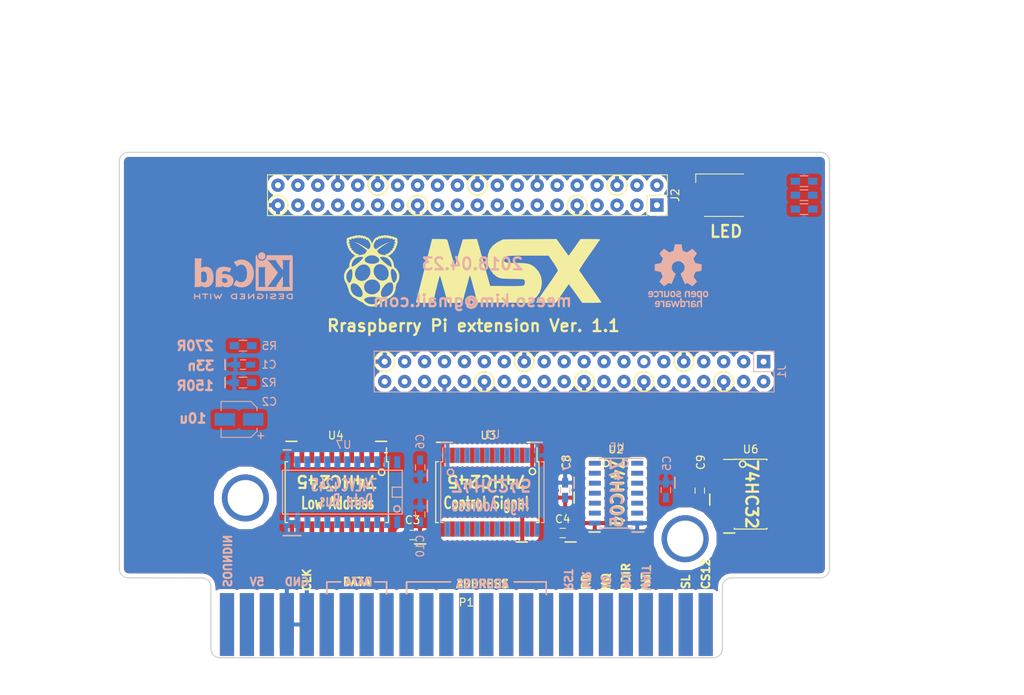
<source format=kicad_pcb>
(kicad_pcb (version 4) (host pcbnew 4.0.7)
  (layers (0 F.Cu mixed) (31 B.Cu mixed) (34 B.Paste user) (35 F.Paste user) (36 B.SilkS user) (37 F.SilkS user) (38 B.Mask user) (39 F.Mask user) (44 Edge.Cuts user))
  (net 0 "")
  (net 1 GND)
  (net 2 +5V)
  (net 3 /RD3)
  (net 4 /RD4)
  (net 5 /RD6)
  (net 6 /RD7)
  (net 7 /RD0)
  (net 8 /RD1)
  (net 9 /RD2)
  (net 10 /RD5)
  (net 11 /WAIT)
  (net 12 /INT)
  (net 13 /BUSDIR)
  (net 14 /IORQ)
  (net 15 /MREQ)
  (net 16 /WR)
  (net 17 /RD)
  (net 18 /RESET)
  (net 19 /A9)
  (net 20 /A15)
  (net 21 /A11)
  (net 22 /A10)
  (net 23 /A7)
  (net 24 /A6)
  (net 25 /A12)
  (net 26 /A8)
  (net 27 /A14)
  (net 28 /A13)
  (net 29 /A1)
  (net 30 /A0)
  (net 31 /A3)
  (net 32 /A2)
  (net 33 /A5)
  (net 34 /A4)
  (net 35 /D1)
  (net 36 /D0)
  (net 37 /D3)
  (net 38 /D2)
  (net 39 /D5)
  (net 40 /D4)
  (net 41 /D7)
  (net 42 /D6)
  (net 43 /CLK)
  (net 44 +3V3)
  (net 45 "Net-(P1-Pad5)")
  (net 46 "Net-(P1-Pad16)")
  (net 47 /RA8)
  (net 48 /RA10)
  (net 49 /RA11)
  (net 50 /RA15)
  (net 51 /RA12)
  (net 52 /RA9)
  (net 53 /RA13)
  (net 54 /RA14)
  (net 55 "Net-(P1-Pad1)")
  (net 56 "Net-(P1-Pad2)")
  (net 57 "Net-(P1-Pad3)")
  (net 58 /SLTSL)
  (net 59 "Net-(P1-Pad6)")
  (net 60 "Net-(P1-Pad44)")
  (net 61 "Net-(P1-Pad48)")
  (net 62 "Net-(P1-Pad50)")
  (net 63 /M1)
  (net 64 /RC17)
  (net 65 /RC18)
  (net 66 /RC27)
  (net 67 /RC23)
  (net 68 /RC24)
  (net 69 /RC25)
  (net 70 /RC19)
  (net 71 /RC16)
  (net 72 /RC26)
  (net 73 /RC20)
  (net 74 /SOUNDIN)
  (net 75 "Net-(U3-Pad9)")
  (net 76 "Net-(U6-Pad12)")
  (net 77 "Net-(D1-Pad4)")
  (net 78 "Net-(D1-Pad5)")
  (net 79 "Net-(D1-Pad6)")
  (net 80 "Net-(C1-Pad1)")
  (net 81 /nRATN)
  (net 82 /RATN)
  (net 83 /ATN)
  (net 84 /nATN)
  (net 85 /nIORQ)
  (net 86 /nMREQ)
  (net 87 "Net-(U3-Pad3)")
  (net 88 /BDIR)
  (net 89 /DAT_EN)
  (net 90 "Net-(U3-Pad5)")
  (net 91 "Net-(U3-Pad7)")
  (net 92 "Net-(U3-Pad15)")
  (net 93 /DAT_DIR)
  (module MSX:card_edge_connector (layer F.Cu) (at 156.21 106.68)
    (fp_text reference P1 (at 1.25984 0.33744) (layer F.SilkS))
    (fp_text value CONN_02X25)
    (pad "" thru_hole circle (at 29.12364 -7.78256) (size 6 6) (drill 4.5) (layers *.Cu *.Mask) (clearance 1))
    (pad 1 connect rect (at 31.73984 3.14744) (size 1.8 8) (layers B.Cu B.Mask) (net 55 "Net-(P1-Pad1)"))
    (pad 2 connect rect (at 31.73984 3.14744) (size 1.8 8) (layers F.Cu F.Mask) (net 56 "Net-(P1-Pad2)"))
    (pad 3 connect rect (at 29.19984 3.14744) (size 1.8 8) (layers B.Cu B.Mask) (net 57 "Net-(P1-Pad3)"))
    (pad 4 connect rect (at 29.19984 3.14744) (size 1.8 8) (layers F.Cu F.Mask) (net 58 /SLTSL))
    (pad 5 connect rect (at 26.65984 3.14744) (size 1.8 8) (layers B.Cu B.Mask) (net 45 "Net-(P1-Pad5)"))
    (pad 6 connect rect (at 26.65984 3.14744) (size 1.8 8) (layers F.Cu F.Mask) (net 59 "Net-(P1-Pad6)"))
    (pad 7 connect rect (at 24.11984 3.14744) (size 1.8 8) (layers B.Cu B.Mask) (net 11 /WAIT))
    (pad 8 connect rect (at 24.11984 3.14744) (size 1.8 8) (layers F.Cu F.Mask) (net 12 /INT))
    (pad 9 connect rect (at 21.57984 3.14744) (size 1.8 8) (layers B.Cu B.Mask) (net 63 /M1))
    (pad 10 connect rect (at 21.57984 3.14744) (size 1.8 8) (layers F.Cu F.Mask) (net 13 /BUSDIR))
    (pad 11 connect rect (at 19.03984 3.14744) (size 1.8 8) (layers B.Cu B.Mask) (net 14 /IORQ))
    (pad 12 connect rect (at 19.03984 3.14744) (size 1.8 8) (layers F.Cu F.Mask) (net 15 /MREQ))
    (pad 13 connect rect (at 16.49984 3.14744) (size 1.8 8) (layers B.Cu B.Mask) (net 16 /WR))
    (pad 14 connect rect (at 16.49984 3.14744) (size 1.8 8) (layers F.Cu F.Mask) (net 17 /RD))
    (pad 15 connect rect (at 13.95984 3.14744) (size 1.8 8) (layers B.Cu B.Mask) (net 18 /RESET))
    (pad 16 connect rect (at 13.95984 3.14744) (size 1.8 8) (layers F.Cu F.Mask) (net 46 "Net-(P1-Pad16)"))
    (pad 17 connect rect (at 11.41984 3.14744) (size 1.8 8) (layers B.Cu B.Mask) (net 19 /A9))
    (pad 18 connect rect (at 11.41984 3.14744) (size 1.8 8) (layers F.Cu F.Mask) (net 20 /A15))
    (pad 19 connect rect (at 8.87984 3.14744) (size 1.8 8) (layers B.Cu B.Mask) (net 21 /A11))
    (pad 20 connect rect (at 8.87984 3.14744) (size 1.8 8) (layers F.Cu F.Mask) (net 22 /A10))
    (pad 21 connect rect (at 6.33984 3.14744) (size 1.8 8) (layers B.Cu B.Mask) (net 23 /A7))
    (pad 22 connect rect (at 6.33984 3.14744) (size 1.8 8) (layers F.Cu F.Mask) (net 24 /A6))
    (pad 23 connect rect (at 3.79984 3.14744) (size 1.8 8) (layers B.Cu B.Mask) (net 25 /A12))
    (pad 24 connect rect (at 3.79984 3.14744) (size 1.8 8) (layers F.Cu F.Mask) (net 26 /A8))
    (pad 25 connect rect (at 1.25984 3.14744) (size 1.8 8) (layers B.Cu B.Mask) (net 27 /A14))
    (pad 26 connect rect (at 1.25984 3.14744) (size 1.8 8) (layers F.Cu F.Mask) (net 28 /A13))
    (pad 27 connect rect (at -1.28016 3.14744) (size 1.8 8) (layers B.Cu B.Mask) (net 29 /A1))
    (pad 28 connect rect (at -1.28016 3.14744) (size 1.8 8) (layers F.Cu F.Mask) (net 30 /A0))
    (pad 29 connect rect (at -3.82016 3.14744) (size 1.8 8) (layers B.Cu B.Mask) (net 31 /A3))
    (pad 30 connect rect (at -3.82016 3.14744) (size 1.8 8) (layers F.Cu F.Mask) (net 32 /A2))
    (pad 31 connect rect (at -6.36016 3.14744) (size 1.8 8) (layers B.Cu B.Mask) (net 33 /A5))
    (pad 32 connect rect (at -6.36016 3.14744) (size 1.8 8) (layers F.Cu F.Mask) (net 34 /A4))
    (pad 33 connect rect (at -8.90016 3.14744) (size 1.8 8) (layers B.Cu B.Mask) (net 35 /D1))
    (pad 34 connect rect (at -8.90016 3.14744) (size 1.8 8) (layers F.Cu F.Mask) (net 36 /D0))
    (pad 35 connect rect (at -11.44016 3.14744) (size 1.8 8) (layers B.Cu B.Mask) (net 37 /D3))
    (pad 36 connect rect (at -11.44016 3.14744) (size 1.8 8) (layers F.Cu F.Mask) (net 38 /D2))
    (pad 37 connect rect (at -13.98016 3.14744) (size 1.8 8) (layers B.Cu B.Mask) (net 39 /D5))
    (pad 38 connect rect (at -13.98016 3.14744) (size 1.8 8) (layers F.Cu F.Mask) (net 40 /D4))
    (pad 39 connect rect (at -16.52016 3.14744) (size 1.8 8) (layers B.Cu B.Mask) (net 41 /D7))
    (pad 40 connect rect (at -16.52016 3.14744) (size 1.8 8) (layers F.Cu F.Mask) (net 42 /D6))
    (pad 41 connect rect (at -19.06016 3.14744) (size 1.8 8) (layers B.Cu B.Mask) (net 1 GND))
    (pad 42 connect rect (at -19.06016 3.14744) (size 1.8 8) (layers F.Cu F.Mask) (net 43 /CLK))
    (pad 43 connect rect (at -21.60016 3.14744) (size 1.8 8) (layers B.Cu B.Mask) (net 1 GND))
    (pad 44 connect rect (at -21.60524 2.65468) (size 1.8 7) (layers F.Cu F.Mask) (net 60 "Net-(P1-Pad44)"))
    (pad 45 connect rect (at -24.14016 3.14744) (size 1.8 8) (layers B.Cu B.Mask) (net 2 +5V))
    (pad 46 connect rect (at -24.14016 3.14744) (size 1.8 8) (layers F.Cu F.Mask) (net 60 "Net-(P1-Pad44)"))
    (pad 47 connect rect (at -26.68016 3.14744) (size 1.8 8) (layers B.Cu B.Mask) (net 2 +5V))
    (pad 48 connect rect (at -26.68016 3.14744) (size 1.8 8) (layers F.Cu F.Mask) (net 61 "Net-(P1-Pad48)"))
    (pad 49 connect rect (at -29.22016 3.14744) (size 1.8 8) (layers B.Cu B.Mask) (net 74 /SOUNDIN))
    (pad 50 connect rect (at -29.22016 3.14744) (size 1.8 8) (layers F.Cu F.Mask) (net 62 "Net-(P1-Pad50)"))
    (pad "" thru_hole circle (at -26.87574 -12.98448) (size 6 6) (drill 4.5) (layers *.Cu *.Mask) (clearance 1))
  )
  (module Socket_Strips:Socket_Strip_Straight_2x20_Pitch2.54mm (layer F.Cu) (at 181.737 56.388 270)
    (fp_text reference J2 (at -1.27 -2.33 270) (layer F.SilkS))
    (fp_text value RPi_GPIO)
    (pad 1 thru_hole rect (at 0 0 270) (size 1.7 1.7) (drill 0.76) (layers *.Cu *.Mask) (net 44 +3V3))
    (pad 2 thru_hole oval (at -2.54 0 270) (size 1.7 1.7) (drill 0.76) (layers *.Cu *.Mask) (net 2 +5V))
    (pad 3 thru_hole oval (at 0 2.54 270) (size 1.7 1.7) (drill 0.76) (layers *.Cu *.Mask) (net 9 /RD2))
    (pad 4 thru_hole oval (at -2.54 2.54 270) (size 1.7 1.7) (drill 0.76) (layers *.Cu *.Mask) (net 2 +5V))
    (pad 5 thru_hole oval (at 0 5.08 270) (size 1.7 1.7) (drill 0.76) (layers *.Cu *.Mask) (net 3 /RD3))
    (pad 6 thru_hole oval (at -2.54 5.08 270) (size 1.7 1.7) (drill 0.76) (layers *.Cu *.Mask) (net 1 GND))
    (pad 7 thru_hole oval (at 0 7.62 270) (size 1.7 1.7) (drill 0.76) (layers *.Cu *.Mask) (net 4 /RD4))
    (pad 8 thru_hole oval (at -2.54 7.62 270) (size 1.7 1.7) (drill 0.76) (layers *.Cu *.Mask) (net 54 /RA14))
    (pad 9 thru_hole oval (at 0 10.16 270) (size 1.7 1.7) (drill 0.76) (layers *.Cu *.Mask) (net 1 GND))
    (pad 10 thru_hole oval (at -2.54 10.16 270) (size 1.7 1.7) (drill 0.76) (layers *.Cu *.Mask) (net 50 /RA15))
    (pad 11 thru_hole oval (at 0 12.7 270) (size 1.7 1.7) (drill 0.76) (layers *.Cu *.Mask) (net 64 /RC17))
    (pad 12 thru_hole oval (at -2.54 12.7 270) (size 1.7 1.7) (drill 0.76) (layers *.Cu *.Mask) (net 65 /RC18))
    (pad 13 thru_hole oval (at 0 15.24 270) (size 1.7 1.7) (drill 0.76) (layers *.Cu *.Mask) (net 66 /RC27))
    (pad 14 thru_hole oval (at -2.54 15.24 270) (size 1.7 1.7) (drill 0.76) (layers *.Cu *.Mask) (net 1 GND))
    (pad 15 thru_hole oval (at 0 17.78 270) (size 1.7 1.7) (drill 0.76) (layers *.Cu *.Mask) (net 82 /RATN))
    (pad 16 thru_hole oval (at -2.54 17.78 270) (size 1.7 1.7) (drill 0.76) (layers *.Cu *.Mask) (net 67 /RC23))
    (pad 17 thru_hole oval (at 0 20.32 270) (size 1.7 1.7) (drill 0.76) (layers *.Cu *.Mask) (net 44 +3V3))
    (pad 18 thru_hole oval (at -2.54 20.32 270) (size 1.7 1.7) (drill 0.76) (layers *.Cu *.Mask) (net 68 /RC24))
    (pad 19 thru_hole oval (at 0 22.86 270) (size 1.7 1.7) (drill 0.76) (layers *.Cu *.Mask) (net 48 /RA10))
    (pad 20 thru_hole oval (at -2.54 22.86 270) (size 1.7 1.7) (drill 0.76) (layers *.Cu *.Mask) (net 1 GND))
    (pad 21 thru_hole oval (at 0 25.4 270) (size 1.7 1.7) (drill 0.76) (layers *.Cu *.Mask) (net 52 /RA9))
    (pad 22 thru_hole oval (at -2.54 25.4 270) (size 1.7 1.7) (drill 0.76) (layers *.Cu *.Mask) (net 69 /RC25))
    (pad 23 thru_hole oval (at 0 27.94 270) (size 1.7 1.7) (drill 0.76) (layers *.Cu *.Mask) (net 49 /RA11))
    (pad 24 thru_hole oval (at -2.54 27.94 270) (size 1.7 1.7) (drill 0.76) (layers *.Cu *.Mask) (net 47 /RA8))
    (pad 25 thru_hole oval (at 0 30.48 270) (size 1.7 1.7) (drill 0.76) (layers *.Cu *.Mask) (net 1 GND))
    (pad 26 thru_hole oval (at -2.54 30.48 270) (size 1.7 1.7) (drill 0.76) (layers *.Cu *.Mask) (net 6 /RD7))
    (pad 27 thru_hole oval (at 0 33.02 270) (size 1.7 1.7) (drill 0.76) (layers *.Cu *.Mask) (net 7 /RD0))
    (pad 28 thru_hole oval (at -2.54 33.02 270) (size 1.7 1.7) (drill 0.76) (layers *.Cu *.Mask) (net 8 /RD1))
    (pad 29 thru_hole oval (at 0 35.56 270) (size 1.7 1.7) (drill 0.76) (layers *.Cu *.Mask) (net 10 /RD5))
    (pad 30 thru_hole oval (at -2.54 35.56 270) (size 1.7 1.7) (drill 0.76) (layers *.Cu *.Mask) (net 1 GND))
    (pad 31 thru_hole oval (at 0 38.1 270) (size 1.7 1.7) (drill 0.76) (layers *.Cu *.Mask) (net 5 /RD6))
    (pad 32 thru_hole oval (at -2.54 38.1 270) (size 1.7 1.7) (drill 0.76) (layers *.Cu *.Mask) (net 51 /RA12))
    (pad 33 thru_hole oval (at 0 40.64 270) (size 1.7 1.7) (drill 0.76) (layers *.Cu *.Mask) (net 53 /RA13))
    (pad 34 thru_hole oval (at -2.54 40.64 270) (size 1.7 1.7) (drill 0.76) (layers *.Cu *.Mask) (net 1 GND))
    (pad 35 thru_hole oval (at 0 43.18 270) (size 1.7 1.7) (drill 0.76) (layers *.Cu *.Mask) (net 70 /RC19))
    (pad 36 thru_hole oval (at -2.54 43.18 270) (size 1.7 1.7) (drill 0.76) (layers *.Cu *.Mask) (net 71 /RC16))
    (pad 37 thru_hole oval (at 0 45.72 270) (size 1.7 1.7) (drill 0.76) (layers *.Cu *.Mask) (net 72 /RC26))
    (pad 38 thru_hole oval (at -2.54 45.72 270) (size 1.7 1.7) (drill 0.76) (layers *.Cu *.Mask) (net 73 /RC20))
    (pad 39 thru_hole oval (at 0 48.26 270) (size 1.7 1.7) (drill 0.76) (layers *.Cu *.Mask) (net 1 GND))
    (pad 40 thru_hole oval (at -2.54 48.26 270) (size 1.7 1.7) (drill 0.76) (layers *.Cu *.Mask) (net 83 /ATN))
  )
  (module Socket_Strips:Socket_Strip_Straight_2x20_Pitch2.54mm (layer B.Cu) (at 195.326 76.327 90)
    (fp_text reference J1 (at -1.27 2.33 90) (layer B.SilkS) (effects (justify mirror)))
    (fp_text value RPi_GPIO)
    (pad 1 thru_hole rect (at 0 0 90) (size 1.7 1.7) (drill 0.76) (layers *.Cu *.Mask) (net 44 +3V3))
    (pad 2 thru_hole oval (at -2.54 0 90) (size 1.7 1.7) (drill 0.76) (layers *.Cu *.Mask) (net 2 +5V))
    (pad 3 thru_hole oval (at 0 -2.54 90) (size 1.7 1.7) (drill 0.76) (layers *.Cu *.Mask) (net 9 /RD2))
    (pad 4 thru_hole oval (at -2.54 -2.54 90) (size 1.7 1.7) (drill 0.76) (layers *.Cu *.Mask) (net 2 +5V))
    (pad 5 thru_hole oval (at 0 -5.08 90) (size 1.7 1.7) (drill 0.76) (layers *.Cu *.Mask) (net 3 /RD3))
    (pad 6 thru_hole oval (at -2.54 -5.08 90) (size 1.7 1.7) (drill 0.76) (layers *.Cu *.Mask) (net 1 GND))
    (pad 7 thru_hole oval (at 0 -7.62 90) (size 1.7 1.7) (drill 0.76) (layers *.Cu *.Mask) (net 4 /RD4))
    (pad 8 thru_hole oval (at -2.54 -7.62 90) (size 1.7 1.7) (drill 0.76) (layers *.Cu *.Mask) (net 54 /RA14))
    (pad 9 thru_hole oval (at 0 -10.16 90) (size 1.7 1.7) (drill 0.76) (layers *.Cu *.Mask) (net 1 GND))
    (pad 10 thru_hole oval (at -2.54 -10.16 90) (size 1.7 1.7) (drill 0.76) (layers *.Cu *.Mask) (net 50 /RA15))
    (pad 11 thru_hole oval (at 0 -12.7 90) (size 1.7 1.7) (drill 0.76) (layers *.Cu *.Mask) (net 64 /RC17))
    (pad 12 thru_hole oval (at -2.54 -12.7 90) (size 1.7 1.7) (drill 0.76) (layers *.Cu *.Mask) (net 65 /RC18))
    (pad 13 thru_hole oval (at 0 -15.24 90) (size 1.7 1.7) (drill 0.9) (layers *.Cu *.Mask) (net 66 /RC27))
    (pad 14 thru_hole oval (at -2.54 -15.24 90) (size 1.7 1.7) (drill 0.76) (layers *.Cu *.Mask) (net 1 GND))
    (pad 15 thru_hole oval (at 0 -17.78 90) (size 1.7 1.7) (drill 0.76) (layers *.Cu *.Mask) (net 82 /RATN))
    (pad 16 thru_hole oval (at -2.54 -17.78 90) (size 1.7 1.7) (drill 0.76) (layers *.Cu *.Mask) (net 67 /RC23))
    (pad 17 thru_hole oval (at 0 -20.32 90) (size 1.7 1.7) (drill 0.76) (layers *.Cu *.Mask) (net 44 +3V3))
    (pad 18 thru_hole oval (at -2.54 -20.32 90) (size 1.7 1.7) (drill 0.76) (layers *.Cu *.Mask) (net 68 /RC24))
    (pad 19 thru_hole oval (at 0 -22.86 90) (size 1.7 1.7) (drill 0.76) (layers *.Cu *.Mask) (net 48 /RA10))
    (pad 20 thru_hole oval (at -2.54 -22.86 90) (size 1.7 1.7) (drill 0.76) (layers *.Cu *.Mask) (net 1 GND))
    (pad 21 thru_hole oval (at 0 -25.4 90) (size 1.7 1.7) (drill 0.76) (layers *.Cu *.Mask) (net 52 /RA9))
    (pad 22 thru_hole oval (at -2.54 -25.4 90) (size 1.7 1.7) (drill 0.76) (layers *.Cu *.Mask) (net 69 /RC25))
    (pad 23 thru_hole oval (at 0 -27.94 90) (size 1.7 1.7) (drill 0.76) (layers *.Cu *.Mask) (net 49 /RA11))
    (pad 24 thru_hole oval (at -2.54 -27.94 90) (size 1.7 1.7) (drill 0.76) (layers *.Cu *.Mask) (net 47 /RA8))
    (pad 25 thru_hole oval (at 0 -30.48 90) (size 1.7 1.7) (drill 0.76) (layers *.Cu *.Mask) (net 1 GND))
    (pad 26 thru_hole oval (at -2.54 -30.48 90) (size 1.7 1.7) (drill 0.76) (layers *.Cu *.Mask) (net 6 /RD7))
    (pad 27 thru_hole oval (at 0 -33.02 90) (size 1.7 1.7) (drill 0.76) (layers *.Cu *.Mask) (net 7 /RD0))
    (pad 28 thru_hole oval (at -2.54 -33.02 90) (size 1.7 1.7) (drill 0.76) (layers *.Cu *.Mask) (net 8 /RD1))
    (pad 29 thru_hole oval (at 0 -35.56 90) (size 1.7 1.7) (drill 0.76) (layers *.Cu *.Mask) (net 10 /RD5))
    (pad 30 thru_hole oval (at -2.54 -35.56 90) (size 1.7 1.7) (drill 0.76) (layers *.Cu *.Mask) (net 1 GND))
    (pad 31 thru_hole oval (at 0 -38.1 90) (size 1.7 1.7) (drill 0.76) (layers *.Cu *.Mask) (net 5 /RD6))
    (pad 32 thru_hole oval (at -2.54 -38.1 90) (size 1.7 1.7) (drill 0.76) (layers *.Cu *.Mask) (net 51 /RA12))
    (pad 33 thru_hole oval (at 0 -40.64 90) (size 1.7 1.7) (drill 0.76) (layers *.Cu *.Mask) (net 53 /RA13))
    (pad 34 thru_hole oval (at -2.54 -40.64 90) (size 1.7 1.7) (drill 0.76) (layers *.Cu *.Mask) (net 1 GND))
    (pad 35 thru_hole oval (at 0 -43.18 90) (size 1.7 1.7) (drill 0.76) (layers *.Cu *.Mask) (net 70 /RC19))
    (pad 36 thru_hole oval (at -2.54 -43.18 90) (size 1.7 1.7) (drill 0.76) (layers *.Cu *.Mask) (net 71 /RC16))
    (pad 37 thru_hole oval (at 0 -45.72 90) (size 1.7 1.7) (drill 0.77) (layers *.Cu *.Mask) (net 72 /RC26))
    (pad 38 thru_hole oval (at -2.54 -45.72 90) (size 1.7 1.7) (drill 0.76) (layers *.Cu *.Mask) (net 73 /RC20))
    (pad 39 thru_hole oval (at 0 -48.26 90) (size 1.7 1.7) (drill 0.77) (layers *.Cu *.Mask) (net 1 GND))
    (pad 40 thru_hole oval (at -2.54 -48.26 90) (size 1.7 1.7) (drill 0.76) (layers *.Cu *.Mask) (net 83 /ATN))
  )
  (module MSX:msx-logo (layer F.Cu) (at 162.814 64.77)
    (fp_text reference G*** hide)
    (fp_text value LOGO hide)
  )
  (module Resistors_SMD:R_0603_HandSoldering (layer B.Cu) (at 200.4744 53.34 180)
    (fp_text reference R1 hide)
    (fp_text value R hide)
    (pad 1 smd rect (at -1.1 0 180) (size 1.2 0.9) (layers B.Cu B.Paste B.Mask) (net 44 +3V3))
    (pad 2 smd rect (at 1.1 0 180) (size 1.2 0.9) (layers B.Cu B.Paste B.Mask) (net 79 "Net-(D1-Pad6)"))
  )
  (module Housings_SOIC:SOIC-20W_7.5x12.8mm_Pitch1.27mm (layer B.Cu) (at 160.782 92.964 270)
    (fp_text reference U1 (at -7.366 0 360) (layer B.SilkS) (effects (justify mirror)))
    (fp_text value 74LS245)
    (pad 1 smd rect (at -4.7 5.715 270) (size 1.95 0.6) (layers B.Cu B.Paste B.Mask) (net 1 GND))
    (pad 2 smd rect (at -4.7 4.445 270) (size 1.95 0.6) (layers B.Cu B.Paste B.Mask) (net 51 /RA12))
    (pad 3 smd rect (at -4.7 3.175 270) (size 1.95 0.6) (layers B.Cu B.Paste B.Mask) (net 53 /RA13))
    (pad 4 smd rect (at -4.7 1.905 270) (size 1.95 0.6) (layers B.Cu B.Paste B.Mask) (net 48 /RA10))
    (pad 5 smd rect (at -4.7 0.635 270) (size 1.95 0.6) (layers B.Cu B.Paste B.Mask) (net 49 /RA11))
    (pad 6 smd rect (at -4.7 -0.635 270) (size 1.95 0.6) (layers B.Cu B.Paste B.Mask) (net 47 /RA8))
    (pad 7 smd rect (at -4.7 -1.905 270) (size 1.95 0.6) (layers B.Cu B.Paste B.Mask) (net 52 /RA9))
    (pad 8 smd rect (at -4.7 -3.175 270) (size 1.95 0.6) (layers B.Cu B.Paste B.Mask) (net 54 /RA14))
    (pad 9 smd rect (at -4.7 -4.445 270) (size 1.95 0.6) (layers B.Cu B.Paste B.Mask) (net 50 /RA15))
    (pad 10 smd rect (at -4.7 -5.715 270) (size 1.95 0.6) (layers B.Cu B.Paste B.Mask) (net 1 GND))
    (pad 11 smd rect (at 4.7 -5.715 270) (size 1.95 0.6) (layers B.Cu B.Paste B.Mask) (net 20 /A15))
    (pad 12 smd rect (at 4.7 -4.445 270) (size 1.95 0.6) (layers B.Cu B.Paste B.Mask) (net 27 /A14))
    (pad 13 smd rect (at 4.7 -3.175 270) (size 1.95 0.6) (layers B.Cu B.Paste B.Mask) (net 19 /A9))
    (pad 14 smd rect (at 4.7 -1.905 270) (size 1.95 0.6) (layers B.Cu B.Paste B.Mask) (net 26 /A8))
    (pad 15 smd rect (at 4.7 -0.635 270) (size 1.95 0.6) (layers B.Cu B.Paste B.Mask) (net 21 /A11))
    (pad 16 smd rect (at 4.7 0.635 270) (size 1.95 0.6) (layers B.Cu B.Paste B.Mask) (net 22 /A10))
    (pad 17 smd rect (at 4.7 1.905 270) (size 1.95 0.6) (layers B.Cu B.Paste B.Mask) (net 28 /A13))
    (pad 18 smd rect (at 4.7 3.175 270) (size 1.95 0.6) (layers B.Cu B.Paste B.Mask) (net 25 /A12))
    (pad 19 smd rect (at 4.7 4.445 270) (size 1.95 0.6) (layers B.Cu B.Paste B.Mask) (net 82 /RATN))
    (pad 20 smd rect (at 4.7 5.715 270) (size 1.95 0.6) (layers B.Cu B.Paste B.Mask) (net 44 +3V3))
  )
  (module Housings_SOIC:SOIC-20W_7.5x12.8mm_Pitch1.27mm (layer F.Cu) (at 160.147 92.964 270)
    (fp_text reference U3 (at -7.239 -0.127 360) (layer F.SilkS))
    (fp_text value 74LS245)
    (pad 1 smd rect (at -4.7 -5.715 270) (size 1.95 0.6) (layers F.Cu F.Paste F.Mask) (net 1 GND))
    (pad 2 smd rect (at -4.7 -4.445 270) (size 1.95 0.6) (layers F.Cu F.Paste F.Mask) (net 71 /RC16))
    (pad 3 smd rect (at -4.7 -3.175 270) (size 1.95 0.6) (layers F.Cu F.Paste F.Mask) (net 87 "Net-(U3-Pad3)"))
    (pad 4 smd rect (at -4.7 -1.905 270) (size 1.95 0.6) (layers F.Cu F.Paste F.Mask) (net 73 /RC20))
    (pad 5 smd rect (at -4.7 -0.635 270) (size 1.95 0.6) (layers F.Cu F.Paste F.Mask) (net 90 "Net-(U3-Pad5)"))
    (pad 6 smd rect (at -4.7 0.635 270) (size 1.95 0.6) (layers F.Cu F.Paste F.Mask) (net 70 /RC19))
    (pad 7 smd rect (at -4.7 1.905 270) (size 1.95 0.6) (layers F.Cu F.Paste F.Mask) (net 91 "Net-(U3-Pad7)"))
    (pad 8 smd rect (at -4.7 3.175 270) (size 1.95 0.6) (layers F.Cu F.Paste F.Mask) (net 64 /RC17))
    (pad 9 smd rect (at -4.7 4.445 270) (size 1.95 0.6) (layers F.Cu F.Paste F.Mask) (net 75 "Net-(U3-Pad9)"))
    (pad 10 smd rect (at -4.7 5.715 270) (size 1.95 0.6) (layers F.Cu F.Paste F.Mask) (net 1 GND))
    (pad 11 smd rect (at 4.7 5.715 270) (size 1.95 0.6) (layers F.Cu F.Paste F.Mask) (net 63 /M1))
    (pad 12 smd rect (at 4.7 4.445 270) (size 1.95 0.6) (layers F.Cu F.Paste F.Mask) (net 58 /SLTSL))
    (pad 13 smd rect (at 4.7 3.175 270) (size 1.95 0.6) (layers F.Cu F.Paste F.Mask) (net 15 /MREQ))
    (pad 14 smd rect (at 4.7 1.905 270) (size 1.95 0.6) (layers F.Cu F.Paste F.Mask) (net 14 /IORQ))
    (pad 15 smd rect (at 4.7 0.635 270) (size 1.95 0.6) (layers F.Cu F.Paste F.Mask) (net 92 "Net-(U3-Pad15)"))
    (pad 16 smd rect (at 4.7 -0.635 270) (size 1.95 0.6) (layers F.Cu F.Paste F.Mask) (net 17 /RD))
    (pad 17 smd rect (at 4.7 -1.905 270) (size 1.95 0.6) (layers F.Cu F.Paste F.Mask) (net 16 /WR))
    (pad 18 smd rect (at 4.7 -3.175 270) (size 1.95 0.6) (layers F.Cu F.Paste F.Mask) (net 18 /RESET))
    (pad 19 smd rect (at 4.7 -4.445 270) (size 1.95 0.6) (layers F.Cu F.Paste F.Mask) (net 1 GND))
    (pad 20 smd rect (at 4.7 -5.715 270) (size 1.95 0.6) (layers F.Cu F.Paste F.Mask) (net 44 +3V3))
  )
  (module Housings_SOIC:SOIC-20W_7.5x12.8mm_Pitch1.27mm (layer F.Cu) (at 140.97 92.964 270)
    (fp_text reference U4 (at -7.239 0.127 360) (layer F.SilkS))
    (fp_text value 74LS245)
    (pad 1 smd rect (at -4.7 -5.715 270) (size 1.95 0.6) (layers F.Cu F.Paste F.Mask) (net 1 GND))
    (pad 2 smd rect (at -4.7 -4.445 270) (size 1.95 0.6) (layers F.Cu F.Paste F.Mask) (net 8 /RD1))
    (pad 3 smd rect (at -4.7 -3.175 270) (size 1.95 0.6) (layers F.Cu F.Paste F.Mask) (net 7 /RD0))
    (pad 4 smd rect (at -4.7 -1.905 270) (size 1.95 0.6) (layers F.Cu F.Paste F.Mask) (net 3 /RD3))
    (pad 5 smd rect (at -4.7 -0.635 270) (size 1.95 0.6) (layers F.Cu F.Paste F.Mask) (net 9 /RD2))
    (pad 6 smd rect (at -4.7 0.635 270) (size 1.95 0.6) (layers F.Cu F.Paste F.Mask) (net 10 /RD5))
    (pad 7 smd rect (at -4.7 1.905 270) (size 1.95 0.6) (layers F.Cu F.Paste F.Mask) (net 4 /RD4))
    (pad 8 smd rect (at -4.7 3.175 270) (size 1.95 0.6) (layers F.Cu F.Paste F.Mask) (net 6 /RD7))
    (pad 9 smd rect (at -4.7 4.445 270) (size 1.95 0.6) (layers F.Cu F.Paste F.Mask) (net 5 /RD6))
    (pad 10 smd rect (at -4.7 5.715 270) (size 1.95 0.6) (layers F.Cu F.Paste F.Mask) (net 1 GND))
    (pad 11 smd rect (at 4.7 5.715 270) (size 1.95 0.6) (layers F.Cu F.Paste F.Mask) (net 24 /A6))
    (pad 12 smd rect (at 4.7 4.445 270) (size 1.95 0.6) (layers F.Cu F.Paste F.Mask) (net 23 /A7))
    (pad 13 smd rect (at 4.7 3.175 270) (size 1.95 0.6) (layers F.Cu F.Paste F.Mask) (net 34 /A4))
    (pad 14 smd rect (at 4.7 1.905 270) (size 1.95 0.6) (layers F.Cu F.Paste F.Mask) (net 33 /A5))
    (pad 15 smd rect (at 4.7 0.635 270) (size 1.95 0.6) (layers F.Cu F.Paste F.Mask) (net 32 /A2))
    (pad 16 smd rect (at 4.7 -0.635 270) (size 1.95 0.6) (layers F.Cu F.Paste F.Mask) (net 31 /A3))
    (pad 17 smd rect (at 4.7 -1.905 270) (size 1.95 0.6) (layers F.Cu F.Paste F.Mask) (net 30 /A0))
    (pad 18 smd rect (at 4.7 -3.175 270) (size 1.95 0.6) (layers F.Cu F.Paste F.Mask) (net 29 /A1))
    (pad 19 smd rect (at 4.7 -4.445 270) (size 1.95 0.6) (layers F.Cu F.Paste F.Mask) (net 82 /RATN))
    (pad 20 smd rect (at 4.7 -5.715 270) (size 1.95 0.6) (layers F.Cu F.Paste F.Mask) (net 44 +3V3))
  )
  (module Housings_SOIC:SOIC-14_3.9x8.7mm_Pitch1.27mm (layer B.Cu) (at 176.53 93.091 180)
    (fp_text reference U5 (at -0.127 5.842 180) (layer B.SilkS) (effects (justify mirror)))
    (fp_text value 74LS05)
    (pad 1 smd rect (at -2.7 3.81 180) (size 1.5 0.6) (layers B.Cu B.Paste B.Mask) (net 68 /RC24))
    (pad 2 smd rect (at -2.7 2.54 180) (size 1.5 0.6) (layers B.Cu B.Paste B.Mask) (net 11 /WAIT))
    (pad 3 smd rect (at -2.7 1.27 180) (size 1.5 0.6) (layers B.Cu B.Paste B.Mask) (net 67 /RC23))
    (pad 4 smd rect (at -2.7 0 180) (size 1.5 0.6) (layers B.Cu B.Paste B.Mask) (net 12 /INT))
    (pad 5 smd rect (at -2.7 -1.27 180) (size 1.5 0.6) (layers B.Cu B.Paste B.Mask) (net 88 /BDIR))
    (pad 6 smd rect (at -2.7 -2.54 180) (size 1.5 0.6) (layers B.Cu B.Paste B.Mask) (net 13 /BUSDIR))
    (pad 7 smd rect (at -2.7 -3.81 180) (size 1.5 0.6) (layers B.Cu B.Paste B.Mask) (net 1 GND))
    (pad 8 smd rect (at 2.7 -3.81 180) (size 1.5 0.6) (layers B.Cu B.Paste B.Mask))
    (pad 9 smd rect (at 2.7 -2.54 180) (size 1.5 0.6) (layers B.Cu B.Paste B.Mask))
    (pad 10 smd rect (at 2.7 -1.27 180) (size 1.5 0.6) (layers B.Cu B.Paste B.Mask))
    (pad 11 smd rect (at 2.7 0 180) (size 1.5 0.6) (layers B.Cu B.Paste B.Mask))
    (pad 12 smd rect (at 2.7 1.27 180) (size 1.5 0.6) (layers B.Cu B.Paste B.Mask))
    (pad 13 smd rect (at 2.7 2.54 180) (size 1.5 0.6) (layers B.Cu B.Paste B.Mask))
    (pad 14 smd rect (at 2.7 3.81 180) (size 1.5 0.6) (layers B.Cu B.Paste B.Mask) (net 44 +3V3))
  )
  (module Capacitors_SMD:C_0603_HandSoldering (layer B.Cu) (at 129.032 76.708 180)
    (fp_text reference C1 (at -3.302 0 180) (layer B.SilkS) (effects (justify mirror)))
    (fp_text value C)
    (pad 1 smd rect (at -0.95 0 180) (size 1.2 0.75) (layers B.Cu B.Paste B.Mask) (net 80 "Net-(C1-Pad1)"))
    (pad 2 smd rect (at 0.95 0 180) (size 1.2 0.75) (layers B.Cu B.Paste B.Mask) (net 1 GND))
  )
  (module Capacitors_SMD:CP_Elec_4x5.3 (layer B.Cu) (at 128.524 83.693 180)
    (fp_text reference C2 (at -3.8608 2.2606 180) (layer B.SilkS) (effects (justify mirror)))
    (fp_text value CP)
    (fp_text user + (at -2.77 -2.01 180) (layer B.SilkS) (effects (justify mirror)))
    (pad 1 smd rect (at -1.8 0) (size 2.6 1.6) (layers B.Cu B.Paste B.Mask) (net 80 "Net-(C1-Pad1)"))
    (pad 2 smd rect (at 1.8 0) (size 2.6 1.6) (layers B.Cu B.Paste B.Mask) (net 74 /SOUNDIN))
  )
  (module Resistors_SMD:R_0603_HandSoldering (layer B.Cu) (at 129.032 78.994 180)
    (fp_text reference R2 (at -3.302 0 180) (layer B.SilkS) (effects (justify mirror)))
    (fp_text value R)
    (pad 1 smd rect (at -1.1 0 180) (size 1.2 0.9) (layers B.Cu B.Paste B.Mask) (net 80 "Net-(C1-Pad1)"))
    (pad 2 smd rect (at 1.1 0 180) (size 1.2 0.9) (layers B.Cu B.Paste B.Mask) (net 1 GND))
  )
  (module Capacitors_SMD:C_0603_HandSoldering (layer F.Cu) (at 150.622 98.425)
    (fp_text reference C3 (at 0 -1.905) (layer F.SilkS))
    (fp_text value C)
    (pad 1 smd rect (at -0.95 0) (size 1.2 0.75) (layers F.Cu F.Paste F.Mask) (net 44 +3V3))
    (pad 2 smd rect (at 0.95 0) (size 1.2 0.75) (layers F.Cu F.Paste F.Mask) (net 1 GND))
  )
  (module Capacitors_SMD:C_0603_HandSoldering (layer F.Cu) (at 169.738 98.171)
    (fp_text reference C4 (at 0 -1.778) (layer F.SilkS))
    (fp_text value C)
    (pad 1 smd rect (at -0.95 0) (size 1.2 0.75) (layers F.Cu F.Paste F.Mask) (net 44 +3V3))
    (pad 2 smd rect (at 0.95 0) (size 1.2 0.75) (layers F.Cu F.Paste F.Mask) (net 1 GND))
  )
  (module Capacitors_SMD:C_0603_HandSoldering (layer B.Cu) (at 182.88 92.71 90)
    (fp_text reference C5 (at 3.429 0.127 90) (layer B.SilkS) (effects (justify mirror)))
    (fp_text value C)
    (pad 1 smd rect (at -0.95 0 90) (size 1.2 0.75) (layers B.Cu B.Paste B.Mask) (net 44 +3V3))
    (pad 2 smd rect (at 0.95 0 90) (size 1.2 0.75) (layers B.Cu B.Paste B.Mask) (net 1 GND))
  )
  (module Capacitors_SMD:C_0603_HandSoldering (layer B.Cu) (at 151.587 89.8144 270)
    (fp_text reference C6 (at -3.302 0 270) (layer B.SilkS) (effects (justify mirror)))
    (fp_text value C)
    (pad 1 smd rect (at -0.95 0 270) (size 1.2 0.75) (layers B.Cu B.Paste B.Mask) (net 44 +3V3))
    (pad 2 smd rect (at 0.95 0 270) (size 1.2 0.75) (layers B.Cu B.Paste B.Mask) (net 1 GND))
  )
  (module Capacitors_SMD:C_0603_HandSoldering (layer B.Cu) (at 170.053 92.71 90)
    (fp_text reference C7 (at 3.429 0.254 90) (layer B.SilkS) (effects (justify mirror)))
    (fp_text value C)
    (pad 1 smd rect (at -0.95 0 90) (size 1.2 0.75) (layers B.Cu B.Paste B.Mask) (net 44 +3V3))
    (pad 2 smd rect (at 0.95 0 90) (size 1.2 0.75) (layers B.Cu B.Paste B.Mask) (net 1 GND))
  )
  (module LEDs:LED_RGB_5050-6 (layer F.Cu) (at 190.2844 55.118)
    (fp_text reference D1 hide)
    (fp_text value LED_RGB)
    (pad 1 smd rect (at -2.4 -1.7 90) (size 1.1 2) (layers F.Cu F.Paste F.Mask) (net 81 /nRATN))
    (pad 2 smd rect (at -2.4 0 90) (size 1.1 2) (layers F.Cu F.Paste F.Mask) (net 14 /IORQ))
    (pad 3 smd rect (at -2.4 1.7 90) (size 1.1 2) (layers F.Cu F.Paste F.Mask) (net 93 /DAT_DIR))
    (pad 4 smd rect (at 2.4 1.7 90) (size 1.1 2) (layers F.Cu F.Paste F.Mask) (net 77 "Net-(D1-Pad4)"))
    (pad 5 smd rect (at 2.4 0 90) (size 1.1 2) (layers F.Cu F.Paste F.Mask) (net 78 "Net-(D1-Pad5)"))
    (pad 6 smd rect (at 2.4 -1.7 90) (size 1.1 2) (layers F.Cu F.Paste F.Mask) (net 79 "Net-(D1-Pad6)"))
  )
  (module Resistors_SMD:R_0603_HandSoldering (layer B.Cu) (at 200.4744 55.118 180)
    (fp_text reference R3 hide)
    (fp_text value R hide)
    (pad 1 smd rect (at -1.1 0 180) (size 1.2 0.9) (layers B.Cu B.Paste B.Mask) (net 44 +3V3))
    (pad 2 smd rect (at 1.1 0 180) (size 1.2 0.9) (layers B.Cu B.Paste B.Mask) (net 78 "Net-(D1-Pad5)"))
  )
  (module Resistors_SMD:R_0603_HandSoldering (layer B.Cu) (at 200.4744 56.896 180)
    (fp_text reference R4 hide)
    (fp_text value R)
    (pad 1 smd rect (at -1.1 0 180) (size 1.2 0.9) (layers B.Cu B.Paste B.Mask) (net 44 +3V3))
    (pad 2 smd rect (at 1.1 0 180) (size 1.2 0.9) (layers B.Cu B.Paste B.Mask) (net 77 "Net-(D1-Pad4)"))
  )
  (module Resistors_SMD:R_0603_HandSoldering (layer B.Cu) (at 129.032 74.295 180)
    (fp_text reference R5 (at -3.3528 -0.0254 180) (layer B.SilkS) (effects (justify mirror)))
    (fp_text value R)
    (pad 1 smd rect (at -1.1 0 180) (size 1.2 0.9) (layers B.Cu B.Paste B.Mask) (net 65 /RC18))
    (pad 2 smd rect (at 1.1 0 180) (size 1.2 0.9) (layers B.Cu B.Paste B.Mask) (net 80 "Net-(C1-Pad1)"))
  )
  (module Housings_SOIC:SOIC-14_3.9x8.7mm_Pitch1.27mm (layer F.Cu) (at 176.53 93.091)
    (fp_text reference U2 (at 0 -5.588) (layer F.SilkS))
    (fp_text value 74HC04)
    (pad 1 smd rect (at -2.7 -3.81) (size 1.5 0.6) (layers F.Cu F.Paste F.Mask) (net 82 /RATN))
    (pad 2 smd rect (at -2.7 -2.54) (size 1.5 0.6) (layers F.Cu F.Paste F.Mask) (net 81 /nRATN))
    (pad 3 smd rect (at -2.7 -1.27) (size 1.5 0.6) (layers F.Cu F.Paste F.Mask) (net 83 /ATN))
    (pad 4 smd rect (at -2.7 0) (size 1.5 0.6) (layers F.Cu F.Paste F.Mask) (net 84 /nATN))
    (pad 5 smd rect (at -2.7 1.27) (size 1.5 0.6) (layers F.Cu F.Paste F.Mask) (net 14 /IORQ))
    (pad 6 smd rect (at -2.7 2.54) (size 1.5 0.6) (layers F.Cu F.Paste F.Mask) (net 85 /nIORQ))
    (pad 7 smd rect (at -2.7 3.81) (size 1.5 0.6) (layers F.Cu F.Paste F.Mask) (net 1 GND))
    (pad 8 smd rect (at 2.7 3.81) (size 1.5 0.6) (layers F.Cu F.Paste F.Mask) (net 86 /nMREQ))
    (pad 9 smd rect (at 2.7 2.54) (size 1.5 0.6) (layers F.Cu F.Paste F.Mask) (net 15 /MREQ))
    (pad 10 smd rect (at 2.7 1.27) (size 1.5 0.6) (layers F.Cu F.Paste F.Mask) (net 93 /DAT_DIR))
    (pad 11 smd rect (at 2.7 0) (size 1.5 0.6) (layers F.Cu F.Paste F.Mask) (net 69 /RC25))
    (pad 12 smd rect (at 2.7 -1.27) (size 1.5 0.6) (layers F.Cu F.Paste F.Mask))
    (pad 13 smd rect (at 2.7 -2.54) (size 1.5 0.6) (layers F.Cu F.Paste F.Mask))
    (pad 14 smd rect (at 2.7 -3.81) (size 1.5 0.6) (layers F.Cu F.Paste F.Mask) (net 44 +3V3))
  )
  (module Housings_SOIC:SOIC-14_3.9x8.7mm_Pitch1.27mm (layer F.Cu) (at 193.675 93.218)
    (fp_text reference U6 (at 0 -5.715) (layer F.SilkS))
    (fp_text value 74LS32)
    (pad 1 smd rect (at -2.7 -3.81) (size 1.5 0.6) (layers F.Cu F.Paste F.Mask) (net 14 /IORQ))
    (pad 2 smd rect (at -2.7 -2.54) (size 1.5 0.6) (layers F.Cu F.Paste F.Mask) (net 17 /RD))
    (pad 3 smd rect (at -2.7 -1.27) (size 1.5 0.6) (layers F.Cu F.Paste F.Mask) (net 76 "Net-(U6-Pad12)"))
    (pad 4 smd rect (at -2.7 0) (size 1.5 0.6) (layers F.Cu F.Paste F.Mask) (net 86 /nMREQ))
    (pad 5 smd rect (at -2.7 1.27) (size 1.5 0.6) (layers F.Cu F.Paste F.Mask) (net 85 /nIORQ))
    (pad 6 smd rect (at -2.7 2.54) (size 1.5 0.6) (layers F.Cu F.Paste F.Mask) (net 83 /ATN))
    (pad 7 smd rect (at -2.7 3.81) (size 1.5 0.6) (layers F.Cu F.Paste F.Mask) (net 1 GND))
    (pad 8 smd rect (at 2.7 3.81) (size 1.5 0.6) (layers F.Cu F.Paste F.Mask) (net 89 /DAT_EN))
    (pad 9 smd rect (at 2.7 2.54) (size 1.5 0.6) (layers F.Cu F.Paste F.Mask) (net 84 /nATN))
    (pad 10 smd rect (at 2.7 1.27) (size 1.5 0.6) (layers F.Cu F.Paste F.Mask) (net 81 /nRATN))
    (pad 11 smd rect (at 2.7 0) (size 1.5 0.6) (layers F.Cu F.Paste F.Mask) (net 88 /BDIR))
    (pad 12 smd rect (at 2.7 -1.27) (size 1.5 0.6) (layers F.Cu F.Paste F.Mask) (net 76 "Net-(U6-Pad12)"))
    (pad 13 smd rect (at 2.7 -2.54) (size 1.5 0.6) (layers F.Cu F.Paste F.Mask) (net 81 /nRATN))
    (pad 14 smd rect (at 2.7 -3.81) (size 1.5 0.6) (layers F.Cu F.Paste F.Mask) (net 44 +3V3))
  )
  (module Capacitors_SMD:C_0603_HandSoldering (layer F.Cu) (at 170.053 92.71 270)
    (fp_text reference C8 (at -3.556 -0.127 270) (layer F.SilkS))
    (fp_text value C)
    (pad 1 smd rect (at -0.95 0 270) (size 1.2 0.75) (layers F.Cu F.Paste F.Mask) (net 44 +3V3))
    (pad 2 smd rect (at 0.95 0 270) (size 1.2 0.75) (layers F.Cu F.Paste F.Mask) (net 1 GND))
  )
  (module Capacitors_SMD:C_0603_HandSoldering (layer F.Cu) (at 187.198 92.771 270)
    (fp_text reference C9 (at -3.617 -0.127 270) (layer F.SilkS))
    (fp_text value C)
    (pad 1 smd rect (at -0.95 0 270) (size 1.2 0.75) (layers F.Cu F.Paste F.Mask) (net 44 +3V3))
    (pad 2 smd rect (at 0.95 0 270) (size 1.2 0.75) (layers F.Cu F.Paste F.Mask) (net 1 GND))
  )
  (module Capacitors_SMD:C_0603_HandSoldering (layer B.Cu) (at 151.587 95.8088 270)
    (fp_text reference C10 (at 4.0284 0 270) (layer B.SilkS) (effects (justify mirror)))
    (fp_text value C)
    (pad 1 smd rect (at -0.95 0 270) (size 1.2 0.75) (layers B.Cu B.Paste B.Mask) (net 1 GND))
    (pad 2 smd rect (at 0.95 0 270) (size 1.2 0.75) (layers B.Cu B.Paste B.Mask) (net 2 +5V))
  )
  (module msx:raspberry_pi_logo (layer F.Cu) (at 145.415 64.77)
    (fp_text reference G1 hide)
    (fp_text value LOGO hide)
  )
  (module SMD_Packages:SOIC-24 (layer B.Cu) (at 141.681 92.964 180)
    (fp_text reference U7 (at -0.1524 6.0452 180) (layer B.SilkS) (effects (justify mirror)))
    (fp_text value 74LVC4245A)
    (pad 1 smd rect (at -6.985 -3.81 180) (size 0.762 1.524) (layers B.Cu B.Paste B.Mask) (net 2 +5V))
    (pad 2 smd rect (at -5.715 -3.81 180) (size 0.762 1.524) (layers B.Cu B.Paste B.Mask) (net 93 /DAT_DIR))
    (pad 3 smd rect (at -4.445 -3.81 180) (size 0.762 1.524) (layers B.Cu B.Paste B.Mask) (net 35 /D1))
    (pad 4 smd rect (at -3.175 -3.81 180) (size 0.762 1.524) (layers B.Cu B.Paste B.Mask) (net 36 /D0))
    (pad 5 smd rect (at -1.905 -3.81 180) (size 0.762 1.524) (layers B.Cu B.Paste B.Mask) (net 37 /D3))
    (pad 6 smd rect (at -0.635 -3.81 180) (size 0.762 1.524) (layers B.Cu B.Paste B.Mask) (net 38 /D2))
    (pad 7 smd rect (at 0.635 -3.81 180) (size 0.762 1.524) (layers B.Cu B.Paste B.Mask) (net 39 /D5))
    (pad 8 smd rect (at 1.905 -3.81 180) (size 0.762 1.524) (layers B.Cu B.Paste B.Mask) (net 40 /D4))
    (pad 9 smd rect (at 3.175 -3.81 180) (size 0.762 1.524) (layers B.Cu B.Paste B.Mask) (net 41 /D7))
    (pad 10 smd rect (at 4.445 -3.81 180) (size 0.762 1.524) (layers B.Cu B.Paste B.Mask) (net 42 /D6))
    (pad 11 smd rect (at 5.715 -3.81 180) (size 0.762 1.524) (layers B.Cu B.Paste B.Mask) (net 1 GND))
    (pad 12 smd rect (at 7.112 -3.81 180) (size 0.762 1.524) (layers B.Cu B.Paste B.Mask) (net 1 GND))
    (pad 24 smd rect (at -6.985 3.81 180) (size 0.762 1.524) (layers B.Cu B.Paste B.Mask) (net 44 +3V3))
    (pad 23 smd rect (at -5.715 3.81 180) (size 0.762 1.524) (layers B.Cu B.Paste B.Mask) (net 44 +3V3))
    (pad 22 smd rect (at -4.445 3.81 180) (size 0.762 1.524) (layers B.Cu B.Paste B.Mask) (net 89 /DAT_EN))
    (pad 21 smd rect (at -3.175 3.81 180) (size 0.762 1.524) (layers B.Cu B.Paste B.Mask) (net 8 /RD1))
    (pad 20 smd rect (at -1.905 3.81 180) (size 0.762 1.524) (layers B.Cu B.Paste B.Mask) (net 7 /RD0))
    (pad 19 smd rect (at -0.635 3.81 180) (size 0.762 1.524) (layers B.Cu B.Paste B.Mask) (net 3 /RD3))
    (pad 18 smd rect (at 0.635 3.81 180) (size 0.762 1.524) (layers B.Cu B.Paste B.Mask) (net 9 /RD2))
    (pad 17 smd rect (at 1.905 3.81 180) (size 0.762 1.524) (layers B.Cu B.Paste B.Mask) (net 10 /RD5))
    (pad 16 smd rect (at 3.175 3.81 180) (size 0.762 1.524) (layers B.Cu B.Paste B.Mask) (net 4 /RD4))
    (pad 15 smd rect (at 4.445 3.81 180) (size 0.762 1.524) (layers B.Cu B.Paste B.Mask) (net 6 /RD7))
    (pad 14 smd rect (at 5.715 3.81 180) (size 0.762 1.524) (layers B.Cu B.Paste B.Mask) (net 5 /RD6))
    (pad 13 smd rect (at 6.985 3.81 180) (size 0.762 1.524) (layers B.Cu B.Paste B.Mask) (net 1 GND))
  )
  (module Symbols:KiCad-Logo2_6mm_SilkScreen (layer B.Cu) (at 129.0828 65.3796 180)
    (fp_text reference REF3 hide)
    (fp_text value KiCad-Logo2_6mm_SilkScreen hide)
  )
  (module Symbols:OSHW-Logo_7.5x8mm_SilkScreen (layer B.Cu) (at 184.4548 65.3796 180)
    (fp_text reference REF2 hide)
    (fp_text value OSHW-Logo_7.5x8mm_SilkScreen hide)
  )
  (gr_line (start 171.196 94.361) (end 171.196 92.964) (layer F.SilkS) (width 0.2))
  (gr_text 10u (at 122.6312 83.566) (layer B.SilkS) (effects (font (size 1.2 1.2) (thickness 0.3)) (justify mirror)))
  (gr_text 150R (at 122.936 79.4004) (layer B.SilkS) (effects (font (size 1.2 1.2) (thickness 0.3)) (justify mirror)))
  (gr_text 33n (at 123.6472 76.8604) (layer B.SilkS) (effects (font (size 1.2 1.2) (thickness 0.3)) (justify mirror)))
  (gr_text 270R (at 122.936 74.3204) (layer B.SilkS) (effects (font (size 1.2 1.2) (thickness 0.3)) (justify mirror)))
  (gr_line (start 184.023 91.059) (end 184.023 92.456) (layer B.SilkS) (width 0.2))
  (gr_line (start 171.196 91.059) (end 171.196 92.456) (layer B.SilkS) (width 0.2))
  (gr_line (start 126.746 78.359) (end 126.746 79.629) (layer B.SilkS) (width 0.2))
  (gr_line (start 126.746 76.073) (end 126.746 77.343) (layer B.SilkS) (width 0.2))
  (gr_text "Control Signal" (at 160.02 94.3356) (layer F.SilkS) (effects (font (size 1.5 1) (thickness 0.25))))
  (gr_text "Low Address" (at 141.097 94.361) (layer F.SilkS) (effects (font (size 1.5 1) (thickness 0.25))))
  (gr_text "Data Bus" (at 142.1384 94.0308) (layer B.SilkS) (effects (font (size 1.5 1) (thickness 0.25)) (justify mirror)))
  (gr_text "High Address" (at 160.528 94.615) (layer B.SilkS) (effects (font (size 1.5 1) (thickness 0.25)) (justify mirror)))
  (gr_line (start 188.468 94.615) (end 188.468 93.218) (layer F.SilkS) (width 0.2))
  (gr_line (start 178.689 98.044) (end 180.086 98.044) (layer B.SilkS) (width 0.2))
  (gr_line (start 170.053 99.314) (end 171.45 99.314) (layer F.SilkS) (width 0.2))
  (gr_line (start 152.5016 90.0938) (end 152.5016 91.4908) (layer B.SilkS) (width 0.2))
  (gr_line (start 165.735 86.614) (end 167.132 86.614) (layer B.SilkS) (width 0.2))
  (gr_line (start 134.1628 98.5012) (end 136.398 98.5012) (layer B.SilkS) (width 0.2))
  (gr_line (start 134.1628 87.5792) (end 135.128 87.5792) (layer B.SilkS) (width 0.2))
  (gr_line (start 154.305 86.614) (end 155.702 86.614) (layer B.SilkS) (width 0.2))
  (gr_line (start 178.562 98.044) (end 179.959 98.044) (layer B.SilkS) (width 0.2))
  (gr_line (start 190.246 98.171) (end 191.643 98.171) (layer F.SilkS) (width 0.2))
  (gr_line (start 173.101 98.044) (end 174.498 98.044) (layer F.SilkS) (width 0.2))
  (gr_line (start 163.83 99.314) (end 165.227 99.314) (layer F.SilkS) (width 0.2))
  (gr_line (start 153.67 86.614) (end 155.067 86.614) (layer F.SilkS) (width 0.2))
  (gr_line (start 165.227 86.614) (end 166.624 86.614) (layer F.SilkS) (width 0.2))
  (gr_line (start 152.5016 94.0562) (end 152.5016 95.4532) (layer B.SilkS) (width 0.2))
  (gr_line (start 150.876 99.568) (end 152.273 99.568) (layer F.SilkS) (width 0.2))
  (gr_line (start 145.923 86.487) (end 147.32 86.487) (layer F.SilkS) (width 0.2))
  (gr_line (start 134.493 86.487) (end 135.89 86.487) (layer F.SilkS) (width 0.2))
  (gr_circle (center 176.669765 53.848) (end 177.558765 54.737) (layer F.SilkS) (width 0.2))
  (gr_circle (center 171.589765 56.388) (end 172.478765 57.277) (layer F.SilkS) (width 0.2))
  (gr_circle (center 158.877 53.848) (end 159.766 54.737) (layer F.SilkS) (width 0.2))
  (gr_circle (center 151.269765 56.388) (end 152.158765 57.277) (layer F.SilkS) (width 0.2))
  (gr_circle (center 146.189765 53.848) (end 147.078765 54.737) (layer F.SilkS) (width 0.2))
  (gr_circle (center 133.489765 56.388) (end 134.378765 57.277) (layer F.SilkS) (width 0.2))
  (gr_circle (center 185.166 76.314235) (end 186.055 77.203235) (layer F.SilkS) (width 0.2))
  (gr_circle (center 190.246 78.854235) (end 191.135 79.743235) (layer F.SilkS) (width 0.2))
  (gr_circle (center 180.086 78.854235) (end 180.975 79.743235) (layer F.SilkS) (width 0.2))
  (gr_circle (center 172.466 78.854235) (end 173.355 79.743235) (layer F.SilkS) (width 0.2))
  (gr_circle (center 164.846 76.314235) (end 165.735 77.203235) (layer F.SilkS) (width 0.2))
  (gr_circle (center 159.766 78.879765) (end 160.655 79.768765) (layer F.SilkS) (width 0.2))
  (gr_circle (center 147.066 76.327) (end 147.955 77.216) (layer F.SilkS) (width 0.2))
  (gr_circle (center 192.659 89.387391) (end 193.04 89.260391) (layer F.SilkS) (width 0.2))
  (gr_circle (center 177.673 89.281) (end 178.054 89.408) (layer B.SilkS) (width 0.2))
  (gr_text 74HC245 (at 160.147 91.567 180) (layer F.SilkS) (effects (font (size 1.5 1.5) (thickness 0.3))))
  (gr_text 74HC32 (at 193.802 93.218 270) (layer F.SilkS) (effects (font (size 1.5 1.5) (thickness 0.3))))
  (gr_text 74HC04 (at 176.657 92.964 270) (layer F.SilkS) (effects (font (size 1.5 1.5) (thickness 0.3))))
  (gr_text SOUNDIN (at 127 101.727 270) (layer B.SilkS) (effects (font (size 1 1) (thickness 0.25)) (justify mirror)))
  (gr_circle (center 165.8874 90.3224) (end 166.2684 90.4494) (layer F.SilkS) (width 0.2))
  (gr_text LED (at 190.5508 59.7408) (layer F.SilkS) (effects (font (size 1.5 1.5) (thickness 0.3))))
  (gr_circle (center 175.26 89.281) (end 175.641 89.154) (layer F.SilkS) (width 0.2))
  (gr_text 74HC05 (at 176.657 93.091 90) (layer B.SilkS) (effects (font (size 1.5 1.5) (thickness 0.3)) (justify mirror)))
  (gr_circle (center 146.685 90.424) (end 147.066 90.551) (layer F.SilkS) (width 0.2))
  (gr_text 74HC245 (at 140.97 91.5924 180) (layer F.SilkS) (effects (font (size 1.5 1.5) (thickness 0.3))))
  (gr_circle (center 148.6408 95.0976) (end 149.0218 95.2246) (layer B.SilkS) (width 0.2))
  (gr_text 74LVC4245 (at 141.8844 92.075) (layer B.SilkS) (effects (font (size 1.5 1) (thickness 0.25)) (justify mirror)))
  (gr_circle (center 155.448 90.424) (end 155.829 90.551) (layer B.SilkS) (width 0.2))
  (gr_text 74HC245 (at 160.655 92.075 180) (layer B.SilkS) (effects (font (size 1.5 1.5) (thickness 0.3)) (justify mirror)))
  (gr_line (start 167.64 104.394) (end 163.576 104.394) (angle 90) (layer F.SilkS) (width 0.2))
  (gr_line (start 167.64 105.918) (end 167.64 104.394) (angle 90) (layer F.SilkS) (width 0.2))
  (gr_line (start 167.64 104.394) (end 163.576 104.394) (angle 90) (layer B.SilkS) (width 0.2))
  (gr_line (start 167.64 106.045) (end 167.64 104.394) (angle 90) (layer B.SilkS) (width 0.2))
  (gr_line (start 149.86 104.394) (end 155.448 104.394) (angle 90) (layer B.SilkS) (width 0.2))
  (gr_line (start 149.86 105.918) (end 149.86 104.394) (angle 90) (layer B.SilkS) (width 0.2))
  (gr_line (start 147.32 104.394) (end 145.796 104.394) (angle 90) (layer B.SilkS) (width 0.2))
  (gr_line (start 147.32 105.918) (end 147.32 104.394) (angle 90) (layer B.SilkS) (width 0.2))
  (gr_line (start 139.7 104.394) (end 141.478 104.394) (angle 90) (layer B.SilkS) (width 0.2))
  (gr_line (start 139.7 105.918) (end 139.7 104.394) (angle 90) (layer B.SilkS) (width 0.2))
  (gr_text ADDRESS (at 159.512 104.648) (layer B.SilkS) (effects (font (size 1 1) (thickness 0.25)) (justify mirror)))
  (gr_text DATA (at 143.764 104.394) (layer B.SilkS) (effects (font (size 1 1) (thickness 0.25)) (justify mirror)))
  (gr_line (start 124.9426 112.9157) (end 124.9426 105.0417) (layer Edge.Cuts) (width 0.15))
  (gr_line (start 114.427 103.886) (end 123.7996 103.8987) (layer Edge.Cuts) (width 0.15))
  (gr_arc (start 114.427 102.743) (end 114.427 103.886) (angle 90) (layer Edge.Cuts) (width 0.15))
  (gr_arc (start 123.7996 105.0417) (end 123.7996 103.8987) (angle 90) (layer Edge.Cuts) (width 0.15))
  (gr_line (start 191.2239 103.886) (end 202.565 103.886) (layer Edge.Cuts) (width 0.15))
  (gr_arc (start 202.565 102.743) (end 202.565 103.886) (angle -90) (layer Edge.Cuts) (width 0.15))
  (gr_line (start 190.0809 112.9157) (end 190.0809 105.029) (layer Edge.Cuts) (width 0.15))
  (gr_arc (start 191.2239 105.029) (end 191.2239 103.886) (angle -90) (layer Edge.Cuts) (width 0.15))
  (gr_text 2018.04.23 (at 158.242 63.881) (layer B.SilkS) (effects (font (size 1.5 1.5) (thickness 0.3)) (justify mirror)))
  (gr_text CLK (at 137.16 104.14 90) (layer F.SilkS) (effects (font (size 1 1) (thickness 0.25))))
  (gr_text CS12 (at 187.96 103.378 90) (layer F.SilkS) (effects (font (size 1 1) (thickness 0.25))))
  (gr_text 5V (at 130.81 104.394) (layer B.SilkS) (effects (font (size 1 1) (thickness 0.25)) (justify mirror)))
  (gr_text GND (at 135.89 104.394) (layer B.SilkS) (effects (font (size 1 1) (thickness 0.25)) (justify mirror)))
  (gr_line (start 166.878 104.394) (end 163.576 104.394) (angle 90) (layer F.SilkS) (width 0.2))
  (gr_line (start 152.146 104.394) (end 155.448 104.394) (angle 90) (layer F.SilkS) (width 0.2))
  (gr_text DATA (at 143.51 104.394) (layer F.SilkS) (effects (font (size 1 1) (thickness 0.25))))
  (gr_line (start 139.7 104.394) (end 141.478 104.394) (angle 90) (layer F.SilkS) (width 0.2))
  (gr_line (start 139.7 105.918) (end 139.7 104.394) (angle 90) (layer F.SilkS) (width 0.2))
  (gr_line (start 147.32 104.394) (end 145.796 104.394) (angle 90) (layer F.SilkS) (width 0.2))
  (gr_line (start 147.32 105.918) (end 147.32 104.394) (angle 90) (layer F.SilkS) (width 0.2))
  (gr_line (start 149.86 104.394) (end 152.146 104.394) (angle 90) (layer F.SilkS) (width 0.2))
  (gr_line (start 149.86 105.918) (end 149.86 104.394) (angle 90) (layer F.SilkS) (width 0.2))
  (gr_text ADDRESS (at 159.512 104.648) (layer F.SilkS) (effects (font (size 1 1) (thickness 0.25))))
  (gr_text WR (at 172.72 104.14 270) (layer B.SilkS) (effects (font (size 1 1) (thickness 0.25)) (justify mirror)))
  (gr_text IQ (at 175.26 104.394 270) (layer B.SilkS) (effects (font (size 1 1) (thickness 0.25)) (justify mirror)))
  (gr_text M1 (at 177.8 104.14 270) (layer B.SilkS) (effects (font (size 1 1) (thickness 0.25)) (justify mirror)))
  (gr_text WAIT (at 180.34 103.886 270) (layer B.SilkS) (effects (font (size 1 1) (thickness 0.25)) (justify mirror)))
  (gr_text INT (at 180.34 104.394 90) (layer F.SilkS) (effects (font (size 1 1) (thickness 0.25))))
  (gr_text RST (at 170.434 104.14 270) (layer B.SilkS) (effects (font (size 1 1) (thickness 0.25)) (justify mirror)))
  (gr_text MQ (at 175.26 104.394 90) (layer F.SilkS) (effects (font (size 1 1) (thickness 0.25))))
  (gr_text RD (at 172.72 104.394 90) (layer F.SilkS) (effects (font (size 1 1) (thickness 0.25))))
  (gr_text SL (at 185.42 104.394 90) (layer F.SilkS) (effects (font (size 1 1) (thickness 0.25))))
  (gr_text BDIR (at 177.8 103.759 90) (layer F.SilkS) (effects (font (size 1 1) (thickness 0.25))))
  (gr_text meeso.kim@gmail.com (at 158.242 68.58) (layer B.SilkS) (effects (font (size 1.5 1.5) (thickness 0.3)) (justify mirror)))
  (gr_text "Rraspberry Pi extension Ver. 1.1" (at 158.369 71.755) (layer F.SilkS) (effects (font (size 1.5 1.5) (thickness 0.3))))
  (gr_circle (center 129.3368 93.6879) (end 130.9878 95.1611) (layer Edge.Cuts) (width 0.15))
  (gr_circle (center 185.3438 98.8949) (end 187.1472 100.2538) (layer Edge.Cuts) (width 0.15))
  (gr_arc (start 202.565 50.8) (end 202.565 49.657) (angle 90) (layer Edge.Cuts) (width 0.15))
  (gr_arc (start 114.427 50.8) (end 113.284 50.8) (angle 90) (layer Edge.Cuts) (width 0.15))
  (gr_arc (start 188.9379 112.9157) (end 188.9379 114.0587) (angle -90) (layer Edge.Cuts) (width 0.15))
  (gr_arc (start 126.0856 112.9157) (end 126.0856 114.0587) (angle 90) (layer Edge.Cuts) (width 0.15))
  (gr_line (start 203.708 102.743) (end 203.708 50.8) (angle 90) (layer Edge.Cuts) (width 0.15))
  (gr_line (start 126.0856 114.0587) (end 188.9379 114.0587) (angle 90) (layer Edge.Cuts) (width 0.15))
  (gr_line (start 113.284 50.8) (end 113.284 102.743) (angle 90) (layer Edge.Cuts) (width 0.15))
  (gr_line (start 202.565 49.657) (end 114.427 49.657) (angle 90) (layer Edge.Cuts) (width 0.15))
  (zone (net 1) (net_name GND) (layer F.Cu) (connect_pads (clearance 0.508)) (min_thickness 0.254) (fill yes (arc_segments 16) (thermal_gap 0.508) (thermal_bridge_width 0.508))
    (polygon (pts (xy 203.3524 49.911) (xy 203.5048 113.9698) (xy 101.3206 113.9063) (xy 101.5365 93.0529) (xy 101.1809 90.7161) (xy 101.2952 49.6697)))
  )
  (zone (net 1) (net_name GND) (layer B.Cu) (connect_pads (clearance 0.508)) (min_thickness 0.254) (fill yes (arc_segments 16) (thermal_gap 0.508) (thermal_bridge_width 0.508))
    (polygon (pts (xy 203.4667 113.8936) (xy 98.5901 113.9063) (xy 98.3234 91.8972) (xy 98.0821 91.8972) (xy 98.4377 49.9491) (xy 195.8467 49.9491) (xy 203.3397 50.1015)))
  )
)
</source>
